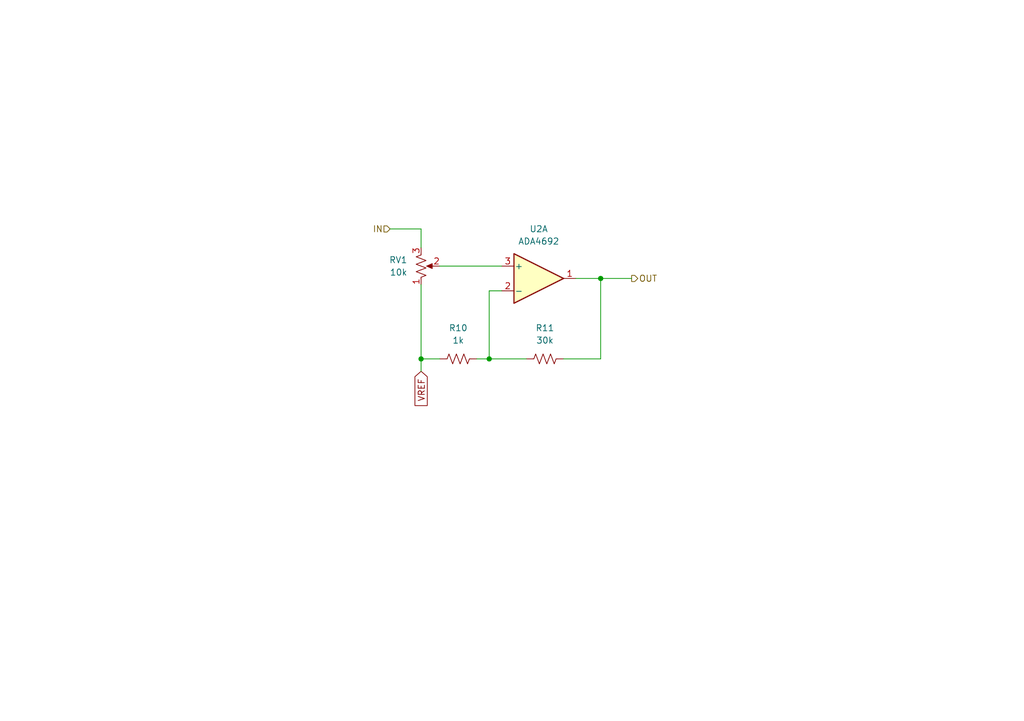
<source format=kicad_sch>
(kicad_sch (version 20250114) (generator "eeschema") (generator_version "9.0")
  (paper "A5")
  (title_block (title "EL223FP4L1") (date "2025-05-08") (rev "1") (company "Boles & Walker") (comment 1 "Input Gain"))
  (lib_symbols
    (symbol "Custom:ADA4692-2" (pin_names (offset 0.127))
      (property "Reference" "U" (at 2.54 6.35 0))
      (property "Value" "ADA4692-2" (at 2.54 3.81 0))
      (symbol "ADA4692-2_1_1"
        (polyline (pts (xy 5.08 0) (xy -5.08 5.08) (xy -5.08 -5.08) (xy 5.08 0)) (stroke (width 0.254)) (fill (type background)))
        (pin input line (at -7.62 2.54 0) (length 2.54) (name "+") (number "3"))
        (pin input line (at -7.62 -2.54 0) (length 2.54) (name "-") (number "2"))
        (pin output line (at 7.62 0 180) (length 2.54) (name "~") (number "1"))
      )
      (symbol "ADA4692-2_2_1"
        (polyline (pts (xy 5.08 0) (xy -5.08 5.08) (xy -5.08 -5.08) (xy 5.08 0)) (stroke (width 0.254)) (fill (type background)))
        (pin input line (at -7.62 2.54 0) (length 2.54) (name "+") (number "5"))
        (pin input line (at -7.62 -2.54 0) (length 2.54) (name "-") (number "6"))
        (pin output line (at 7.62 0 180) (length 2.54) (name "~") (number "7"))
      )
      (symbol "ADA4692-2_3_1"
        (pin power_in line (at 0 7.62 270) (length 3.81) (name "V+") (number "8"))
        (pin power_in line (at 0 -7.62 90) (length 3.81) (name "V-") (number "4"))
      )
    )
    (symbol "Device:R_Potentiometer_US" (pin_names (offset 1.016) (hide yes))
      (property "Reference" "RV" (at -4.445 0 90))
      (property "Value" "R_Potentiometer_US" (at -2.54 0 90))
      (symbol "R_Potentiometer_US_0_1"
        (polyline (pts (xy 0 2.54) (xy 0 2.286)))
        (polyline (pts (xy 0 2.286) (xy 1.016 1.905) (xy 0 1.524) (xy -1.016 1.143) (xy 0 0.762)))
        (polyline (pts (xy 0 0.762) (xy 1.016 0.381) (xy 0 0) (xy -1.016 -0.381) (xy 0 -0.762)))
        (polyline (pts (xy 0 -0.762) (xy 1.016 -1.143) (xy 0 -1.524) (xy -1.016 -1.905) (xy 0 -2.286)))
        (polyline (pts (xy 0 -2.286) (xy 0 -2.54)))
        (polyline (pts (xy 1.143 0) (xy 2.286 0.508) (xy 2.286 -0.508) (xy 1.143 0)) (fill (type outline)))
        (polyline (pts (xy 2.54 0) (xy 1.524 0)))
      )
      (symbol "R_Potentiometer_US_1_1"
        (pin passive line (at 0 3.81 270) (length 1.27) (name "1") (number "1"))
        (pin passive line (at 0 -3.81 90) (length 1.27) (name "3") (number "3"))
        (pin passive line (at 3.81 0 180) (length 1.27) (name "2") (number "2"))
      )
    )
    (symbol "Device:R_US" (pin_numbers (hide yes)) (pin_names (offset 0))
      (property "Reference" "R" (at 2.54 0 90))
      (property "Value" "R_US" (at -2.54 0 90))
      (symbol "R_US_0_1"
        (polyline (pts (xy 0 2.286) (xy 0 2.54)))
        (polyline (pts (xy 0 2.286) (xy 1.016 1.905) (xy 0 1.524) (xy -1.016 1.143) (xy 0 0.762)))
        (polyline (pts (xy 0 0.762) (xy 1.016 0.381) (xy 0 0) (xy -1.016 -0.381) (xy 0 -0.762)))
        (polyline (pts (xy 0 -0.762) (xy 1.016 -1.143) (xy 0 -1.524) (xy -1.016 -1.905) (xy 0 -2.286)))
        (polyline (pts (xy 0 -2.286) (xy 0 -2.54)))
      )
      (symbol "R_US_1_1"
        (pin passive line (at 0 3.81 270) (length 1.27) (name "~") (number "1"))
        (pin passive line (at 0 -3.81 90) (length 1.27) (name "~") (number "2"))
      )
    )
  )
  (junction (at 100.33 73.66))
  (junction (at 123.19 57.15))
  (junction (at 86.36 73.66))
  (wire (pts (xy 115.57 73.66) (xy 123.19 73.66)))
  (wire (pts (xy 90.17 54.61) (xy 102.87 54.61)))
  (wire (pts (xy 86.36 76.2) (xy 86.36 73.66)))
  (wire (pts (xy 86.36 46.99) (xy 86.36 50.8)))
  (wire (pts (xy 123.19 73.66) (xy 123.19 57.15)))
  (wire (pts (xy 100.33 59.69) (xy 102.87 59.69)))
  (wire (pts (xy 86.36 58.42) (xy 86.36 73.66)))
  (wire (pts (xy 100.33 73.66) (xy 107.95 73.66)))
  (wire (pts (xy 118.11 57.15) (xy 123.19 57.15)))
  (wire (pts (xy 80.01 46.99) (xy 86.36 46.99)))
  (wire (pts (xy 100.33 73.66) (xy 100.33 59.69)))
  (wire (pts (xy 97.79 73.66) (xy 100.33 73.66)))
  (wire (pts (xy 90.17 73.66) (xy 86.36 73.66)))
  (wire (pts (xy 123.19 57.15) (xy 129.54 57.15)))
  (global_label "VREF" (shape input) (at 86.36 76.2 270) (property "Intersheetrefs" "${INTERSHEET_REFS}" (effects (hide yes))))
  (hierarchical_label "IN" (shape input) (at 80.01 46.99 180))
  (hierarchical_label "OUT" (shape output) (at 129.54 57.15 0))
  (symbol (lib_id "Device:R_US") (at 93.98 73.66 90) (unit 1)
    (property "Reference" "R10" (at 93.98 67.31 90))
    (property "Value" "1k" (at 93.98 69.85 90))
    (property "Footprint" "Resistor_SMD:R_0805_2012Metric_Pad1.20x1.40mm_HandSolder" (effects (hide yes)))
    (property "Description" "Resistor, US symbol" (effects (hide yes)))
  )
  (symbol (lib_id "Device:R_Potentiometer_US") (at 86.36 54.61 0) (mirror x) (unit 1)
    (property "Reference" "RV1" (at 83.5736 53.3511 0) (effects (justify right)))
    (property "Value" "10k" (at 83.5736 55.8911 0) (effects (justify right)))
    (property "Footprint" "Custom:Potentiometer_Bourns_PTV09A-1_Single_Vertical" (effects (hide yes)))
    (property "Datasheet" "https://www.mouser.com/datasheet/2/54/ptv09-777818.pdf" (effects (hide yes)))
    (property "Description" "Potentiometer, US symbol" (effects (hide yes)))
    (property "Sim.Device" "R" (effects (hide yes)))
    (property "Sim.Type" "POT" (effects (hide yes)))
    (property "Sim.Pins" "1=r0 2=wiper 3=r1" (effects (hide yes)))
    (property "Sim.Params" "pos=0.75" (effects (hide yes)))
    (property "Part" "PTV09A-4020U-B103" (effects (hide yes)))
  )
  (symbol (lib_id "Custom:ADA4692-2") (at 110.49 57.15 0) (unit 1)
    (property "Reference" "U2" (at 110.49 46.99 0))
    (property "Value" "ADA4692" (at 110.49 49.53 0))
    (property "Footprint" "Package_SO:SOIC-8_3.9x4.9mm_P1.27mm" (effects (hide yes)))
    (property "Datasheet" "https://www.analog.com/media/en/technical-documentation/data-sheets/ADA4691-2_4691-4_4692-2_4692-4.pdf" (effects (hide yes)))
    (property "Description" "Dual Low Noise, Precision, Rail-to-Rail Output, JFET Op Amp, SOIC-8" (effects (hide yes)))
    (property "Sim.Library" "ada4692.sub" (effects (hide yes)))
    (property "Sim.Name" "ADA4692-2" (effects (hide yes)))
    (property "Sim.Device" "SUBCKT" (effects (hide yes)))
    (property "Sim.Pins" "1=AOUT 2=AIN- 3=AIN+ 4=V- 5=BIN+ 6=BIN- 7=BOUT 8=V+" (effects (hide yes)))
    (property "Part" "ADA4692-2ARZ" (effects (hide yes)))
  )
  (symbol (lib_id "Device:R_US") (at 111.76 73.66 90) (unit 1)
    (property "Reference" "R11" (at 111.76 67.31 90))
    (property "Value" "30k" (at 111.76 69.85 90))
    (property "Footprint" "Resistor_SMD:R_0805_2012Metric_Pad1.20x1.40mm_HandSolder" (effects (hide yes)))
    (property "Datasheet" "https://static6.arrow.com/aropdfconversion/e88ae8119cc3549cbba033af6c2c6bd3b2796839/1088fileversion.pdf" (effects (hide yes)))
    (property "Description" "Resistor, US symbol" (effects (hide yes)))
    (property "Part" "ERJ-P06F3002V" (effects (hide yes)))
  )
)
</source>
